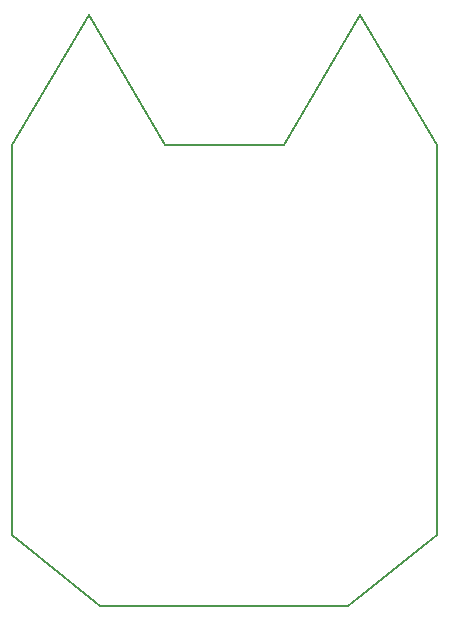
<source format=gm1>
G04 #@! TF.GenerationSoftware,KiCad,Pcbnew,5.1.10-88a1d61d58~90~ubuntu20.04.1*
G04 #@! TF.CreationDate,2021-12-07T21:06:44-07:00*
G04 #@! TF.ProjectId,v1.0-Beta-WiFi-Nugget,76312e30-2d42-4657-9461-2d576946692d,rev?*
G04 #@! TF.SameCoordinates,Original*
G04 #@! TF.FileFunction,Profile,NP*
%FSLAX46Y46*%
G04 Gerber Fmt 4.6, Leading zero omitted, Abs format (unit mm)*
G04 Created by KiCad (PCBNEW 5.1.10-88a1d61d58~90~ubuntu20.04.1) date 2021-12-07 21:06:44*
%MOMM*%
%LPD*%
G01*
G04 APERTURE LIST*
G04 #@! TA.AperFunction,Profile*
%ADD10C,0.200000*%
G04 #@! TD*
G04 APERTURE END LIST*
D10*
X-18000000Y-16500000D02*
X-18000000Y16500000D01*
X-10500000Y-22500000D02*
X-18000000Y-16500000D01*
X10500000Y-22500000D02*
X-10500000Y-22500000D01*
X18000000Y-16500000D02*
X10500000Y-22500000D01*
X18000000Y16500000D02*
X18000000Y-16500000D01*
X11500000Y27500000D02*
X18000000Y16500000D01*
X5000000Y16500000D02*
X11500000Y27500000D01*
X-5000000Y16500000D02*
X5000000Y16500000D01*
X-11500000Y27500000D02*
X-5000000Y16500000D01*
X-18000000Y16500000D02*
X-11500000Y27500000D01*
M02*

</source>
